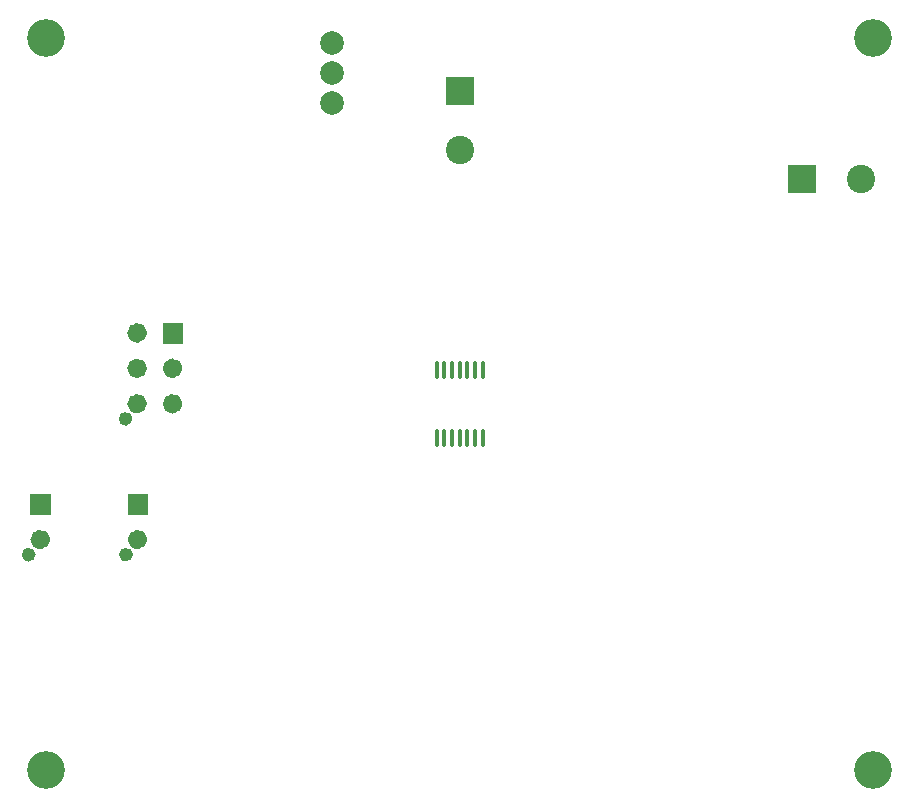
<source format=gbr>
%TF.GenerationSoftware,KiCad,Pcbnew,7.0.5-1.fc38*%
%TF.CreationDate,2023-06-18T19:22:27-04:00*%
%TF.ProjectId,radome_dish_controller,7261646f-6d65-45f6-9469-73685f636f6e,rev?*%
%TF.SameCoordinates,Original*%
%TF.FileFunction,Soldermask,Bot*%
%TF.FilePolarity,Negative*%
%FSLAX46Y46*%
G04 Gerber Fmt 4.6, Leading zero omitted, Abs format (unit mm)*
G04 Created by KiCad (PCBNEW 7.0.5-1.fc38) date 2023-06-18 19:22:27*
%MOMM*%
%LPD*%
G01*
G04 APERTURE LIST*
G04 Aperture macros list*
%AMRoundRect*
0 Rectangle with rounded corners*
0 $1 Rounding radius*
0 $2 $3 $4 $5 $6 $7 $8 $9 X,Y pos of 4 corners*
0 Add a 4 corners polygon primitive as box body*
4,1,4,$2,$3,$4,$5,$6,$7,$8,$9,$2,$3,0*
0 Add four circle primitives for the rounded corners*
1,1,$1+$1,$2,$3*
1,1,$1+$1,$4,$5*
1,1,$1+$1,$6,$7*
1,1,$1+$1,$8,$9*
0 Add four rect primitives between the rounded corners*
20,1,$1+$1,$2,$3,$4,$5,0*
20,1,$1+$1,$4,$5,$6,$7,0*
20,1,$1+$1,$6,$7,$8,$9,0*
20,1,$1+$1,$8,$9,$2,$3,0*%
G04 Aperture macros list end*
%ADD10C,0.586200*%
%ADD11C,0.836200*%
%ADD12C,0.010000*%
%ADD13C,3.200000*%
%ADD14C,1.020000*%
%ADD15C,2.000000*%
%ADD16R,2.400000X2.400000*%
%ADD17C,2.400000*%
%ADD18RoundRect,0.100000X0.100000X-0.637500X0.100000X0.637500X-0.100000X0.637500X-0.100000X-0.637500X0*%
G04 APERTURE END LIST*
D10*
%TO.C,J106*%
X108013100Y-57280000D02*
G75*
G03*
X108013100Y-57280000I-293100J0D01*
G01*
D11*
X109118100Y-56000000D02*
G75*
G03*
X109118100Y-56000000I-418100J0D01*
G01*
X112118100Y-56000000D02*
G75*
G03*
X112118100Y-56000000I-418100J0D01*
G01*
X109118100Y-53000000D02*
G75*
G03*
X109118100Y-53000000I-418100J0D01*
G01*
X112118100Y-53000000D02*
G75*
G03*
X112118100Y-53000000I-418100J0D01*
G01*
X109118100Y-50000000D02*
G75*
G03*
X109118100Y-50000000I-418100J0D01*
G01*
D12*
X112536200Y-50836200D02*
X110863800Y-50836200D01*
X110863800Y-49163800D01*
X112536200Y-49163800D01*
X112536200Y-50836200D01*
G36*
X112536200Y-50836200D02*
G01*
X110863800Y-50836200D01*
X110863800Y-49163800D01*
X112536200Y-49163800D01*
X112536200Y-50836200D01*
G37*
D10*
%TO.C,J107*%
X108048100Y-68780000D02*
G75*
G03*
X108048100Y-68780000I-293100J0D01*
G01*
D11*
X109153100Y-67500000D02*
G75*
G03*
X109153100Y-67500000I-418100J0D01*
G01*
D12*
X109571200Y-65336200D02*
X107898800Y-65336200D01*
X107898800Y-63663800D01*
X109571200Y-63663800D01*
X109571200Y-65336200D01*
G36*
X109571200Y-65336200D02*
G01*
X107898800Y-65336200D01*
X107898800Y-63663800D01*
X109571200Y-63663800D01*
X109571200Y-65336200D01*
G37*
D10*
%TO.C,J108*%
X99813100Y-68780000D02*
G75*
G03*
X99813100Y-68780000I-293100J0D01*
G01*
D11*
X100918100Y-67500000D02*
G75*
G03*
X100918100Y-67500000I-418100J0D01*
G01*
D12*
X101336200Y-65336200D02*
X99663800Y-65336200D01*
X99663800Y-63663800D01*
X101336200Y-63663800D01*
X101336200Y-65336200D01*
G36*
X101336200Y-65336200D02*
G01*
X99663800Y-65336200D01*
X99663800Y-63663800D01*
X101336200Y-63663800D01*
X101336200Y-65336200D01*
G37*
%TD*%
D13*
%TO.C,REF\u002A\u002A*%
X171000000Y-25000000D03*
%TD*%
D14*
%TO.C,J106*%
X107720000Y-57280000D03*
%TD*%
D13*
%TO.C,REF\u002A\u002A*%
X171000000Y-87000000D03*
%TD*%
D14*
%TO.C,J107*%
X107755000Y-68780000D03*
%TD*%
D15*
%TO.C,U106*%
X125172500Y-30540000D03*
X125172500Y-28000000D03*
X125172500Y-25460000D03*
%TD*%
D16*
%TO.C,C101*%
X165000000Y-37000000D03*
D17*
X170000000Y-37000000D03*
%TD*%
D13*
%TO.C,REF\u002A\u002A*%
X101000000Y-25000000D03*
%TD*%
D14*
%TO.C,J108*%
X99520000Y-68780000D03*
%TD*%
D16*
%TO.C,C104*%
X136000000Y-29500000D03*
D17*
X136000000Y-34500000D03*
%TD*%
D13*
%TO.C,REF\u002A\u002A*%
X101000000Y-87000000D03*
%TD*%
D18*
%TO.C,U101*%
X137950000Y-58862500D03*
X137300000Y-58862500D03*
X136650000Y-58862500D03*
X136000000Y-58862500D03*
X135350000Y-58862500D03*
X134700000Y-58862500D03*
X134050000Y-58862500D03*
X134050000Y-53137500D03*
X134700000Y-53137500D03*
X135350000Y-53137500D03*
X136000000Y-53137500D03*
X136650000Y-53137500D03*
X137300000Y-53137500D03*
X137950000Y-53137500D03*
%TD*%
M02*

</source>
